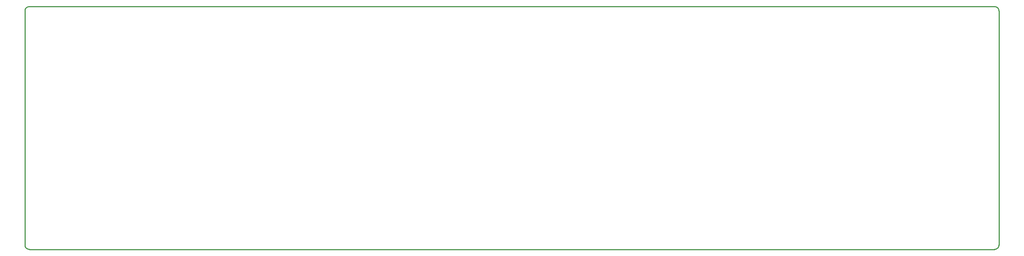
<source format=gko>
G04 Layer: BoardOutline*
G04 EasyEDA v6.4.25, 2022-01-27T13:57:17+08:00*
G04 c860a57ab6e24c20a85ed983e1d1ab15,3b57db4a37c74da5bb1b5bc11455ab19,10*
G04 Gerber Generator version 0.2*
G04 Scale: 100 percent, Rotated: No, Reflected: No *
G04 Dimensions in inches *
G04 leading zeros omitted , absolute positions ,3 integer and 6 decimal *
%FSLAX36Y36*%
%MOIN*%

%ADD10C,0.0100*%
D10*
X4488188Y708661D02*
G01*
X4488188Y-1456693D01*
X-4448819Y748031D02*
G01*
X4448818Y748031D01*
X-4488189Y-1456693D02*
G01*
X-4488189Y708661D01*
X4448818Y-1496062D02*
G01*
X-4448819Y-1496062D01*
G75*
G01*
X4448819Y748031D02*
G02*
X4488189Y708661I0J-39370D01*
G75*
G01*
X4488189Y-1456693D02*
G02*
X4448819Y-1496063I-39370J0D01*
G75*
G01*
X-4448819Y-1496063D02*
G02*
X-4488189Y-1456693I0J39370D01*
G75*
G01*
X-4488189Y708661D02*
G02*
X-4448819Y748031I39370J0D01*

%LPD*%
M02*

</source>
